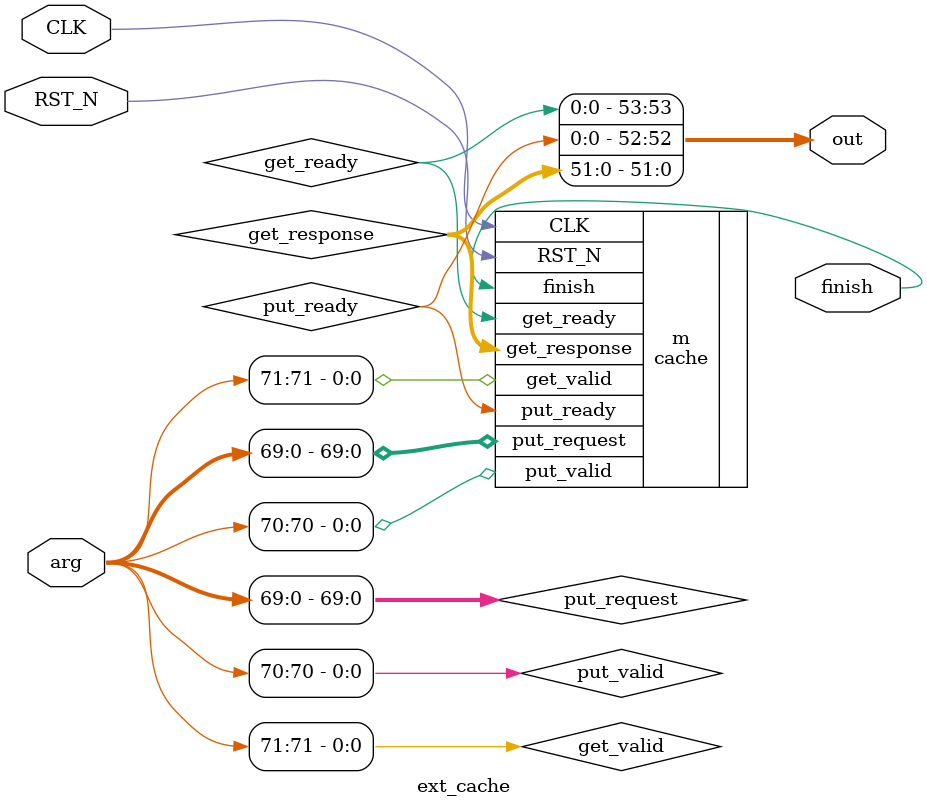
<source format=v>

/*! Wrapper used to connect the cache model with Kôika !*/
module ext_cache(input CLK, input RST_N, input[71:0] arg, output[53:0] out, output finish);
   parameter CORE_ID = 3;
   parameter CACHE_TY = 3;


   wire get_valid;
   wire put_valid;
   wire[69:0] put_request;
   assign {get_valid, put_valid, put_request} = arg;

   wire get_ready;
   wire put_ready;
   wire [51:0] get_response;
   assign out = {get_ready, put_ready, get_response};


   cache #(.CORE_ID(CORE_ID),
		   .CACHE_TY(CACHE_TY))
	 m(.CLK(CLK), .RST_N(RST_N),
		   .get_valid(get_valid), .put_valid(put_valid), .put_request(put_request),
		   .get_ready(get_ready), .put_ready(put_ready), .get_response(get_response),
		   .finish(finish));
endmodule

</source>
